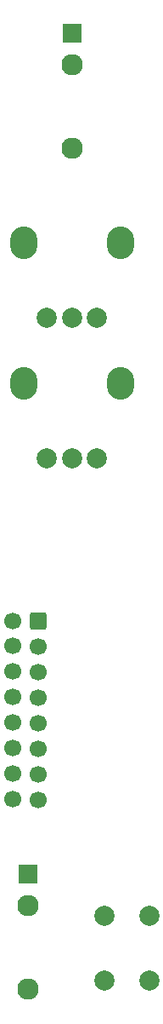
<source format=gbr>
%TF.GenerationSoftware,KiCad,Pcbnew,(6.0.0-0)*%
%TF.CreationDate,2022-12-13T23:32:20-05:00*%
%TF.ProjectId,synth-808,73796e74-682d-4383-9038-2e6b69636164,rev?*%
%TF.SameCoordinates,Original*%
%TF.FileFunction,Soldermask,Top*%
%TF.FilePolarity,Negative*%
%FSLAX46Y46*%
G04 Gerber Fmt 4.6, Leading zero omitted, Abs format (unit mm)*
G04 Created by KiCad (PCBNEW (6.0.0-0)) date 2022-12-13 23:32:20*
%MOMM*%
%LPD*%
G01*
G04 APERTURE LIST*
G04 Aperture macros list*
%AMRoundRect*
0 Rectangle with rounded corners*
0 $1 Rounding radius*
0 $2 $3 $4 $5 $6 $7 $8 $9 X,Y pos of 4 corners*
0 Add a 4 corners polygon primitive as box body*
4,1,4,$2,$3,$4,$5,$6,$7,$8,$9,$2,$3,0*
0 Add four circle primitives for the rounded corners*
1,1,$1+$1,$2,$3*
1,1,$1+$1,$4,$5*
1,1,$1+$1,$6,$7*
1,1,$1+$1,$8,$9*
0 Add four rect primitives between the rounded corners*
20,1,$1+$1,$2,$3,$4,$5,0*
20,1,$1+$1,$4,$5,$6,$7,0*
20,1,$1+$1,$6,$7,$8,$9,0*
20,1,$1+$1,$8,$9,$2,$3,0*%
G04 Aperture macros list end*
%ADD10R,1.930000X1.830000*%
%ADD11C,2.130000*%
%ADD12C,2.000000*%
%ADD13O,2.720000X3.240000*%
%ADD14RoundRect,0.250000X0.600000X0.600000X-0.600000X0.600000X-0.600000X-0.600000X0.600000X-0.600000X0*%
%ADD15C,1.700000*%
G04 APERTURE END LIST*
D10*
%TO.C,J2*%
X53594000Y-133412000D03*
D11*
X53594000Y-136512000D03*
X53594000Y-144812000D03*
%TD*%
D10*
%TO.C,J1*%
X58017000Y-49838000D03*
D11*
X58017000Y-52938000D03*
X58017000Y-61238000D03*
%TD*%
D12*
%TO.C,SW1*%
X61250000Y-137518000D03*
X61250000Y-144018000D03*
X65750000Y-144018000D03*
X65750000Y-137518000D03*
%TD*%
%TO.C,RV2*%
X60517000Y-92107000D03*
X58017000Y-92107000D03*
X55517000Y-92107000D03*
D13*
X62817000Y-84607000D03*
X53217000Y-84607000D03*
%TD*%
D12*
%TO.C,RV1*%
X60517000Y-78137000D03*
X58017000Y-78137000D03*
X55517000Y-78137000D03*
D13*
X62817000Y-70637000D03*
X53217000Y-70637000D03*
%TD*%
D14*
%TO.C,U2*%
X54610000Y-108216000D03*
D15*
X52070000Y-108216000D03*
X54610000Y-110756000D03*
X52070000Y-110744000D03*
X52070000Y-113284000D03*
X54610000Y-113296000D03*
X54610000Y-115836000D03*
X52070000Y-115824000D03*
X54610000Y-118376000D03*
X52070000Y-118364000D03*
X52070000Y-120904000D03*
X54610000Y-120916000D03*
X54610000Y-123456000D03*
X52070000Y-123444000D03*
X52070000Y-125984000D03*
X54610000Y-125996000D03*
%TD*%
M02*

</source>
